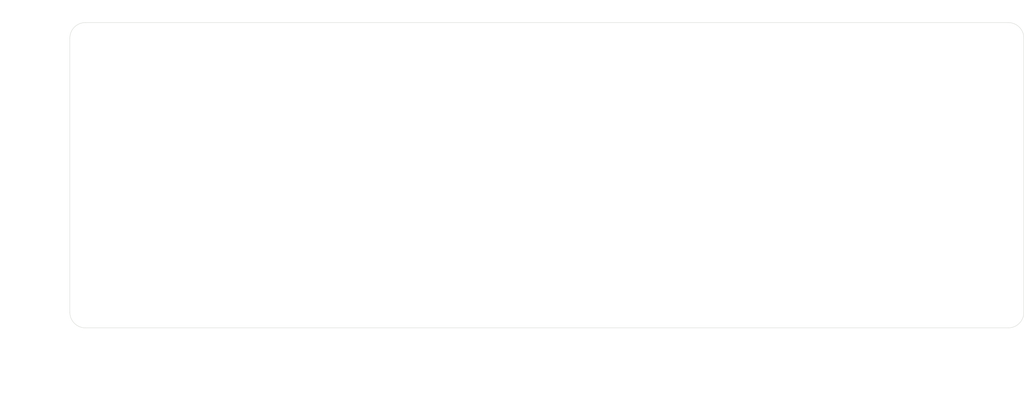
<source format=kicad_pcb>
(kicad_pcb (version 20221018) (generator pcbnew)
  (title_block (title "Henge40 SwitchPad") (date "2024-11-16") (rev "v1.0") (company "@ymkn"))
  (layers (0 "F.Cu" signal) (31 "B.Cu" signal) (34 "B.Paste" user) (35 "F.Paste" user) (36 "B.SilkS" user "B.Silkscreen") (37 "F.SilkS" user "F.Silkscreen") (38 "B.Mask" user) (39 "F.Mask" user) (44 "Edge.Cuts" user))
  (net 0 "")
  (footprint "ymknlib_SwitchPad_MX:SwitchPad_Stab_MX_2.0u" (layer "F.Cu") (at 104.8425 112.335 180)
    (fp_text reference "REF**" hide)
    (fp_text value "SwitchPad_Stab_MX_2.0u" hide)
    (pad "" np_thru_hole circle (at -11.90625 -6.985 180) (size 3.4 3.4) (drill 3.4) (layers "F&B.Cu" "*.Mask"))
    (pad "" np_thru_hole circle (at -11.90625 8.255 180) (size 4 4) (drill 4) (layers "F&B.Cu" "*.Mask"))
    (pad "" np_thru_hole circle (at 11.90625 -6.985 180) (size 3.4 3.4) (drill 3.4) (layers "F&B.Cu" "*.Mask"))
    (pad "" np_thru_hole circle (at 11.90625 8.255 180) (size 4 4) (drill 4) (layers "F&B.Cu" "*.Mask"))
  )
  (footprint "ymknlib_SwitchPad_MX:SwitchPad_Stab_MX_7.0u" (layer "F.Cu") (at 152.4675 112.335 180)
    (fp_text reference "REF**" hide)
    (fp_text value "SwitchPad_Stab_MX_7.0u" hide)
    (pad "" np_thru_hole circle (at -57.15 -6.985 180) (size 3.4 3.4) (drill 3.4) (layers "F&B.Cu" "*.Mask"))
    (pad "" np_thru_hole circle (at -57.15 8.255 180) (size 4 4) (drill 4) (layers "F&B.Cu" "*.Mask"))
    (pad "" np_thru_hole circle (at 57.15 -6.985 180) (size 3.4 3.4) (drill 3.4) (layers "F&B.Cu" "*.Mask"))
    (pad "" np_thru_hole circle (at 57.15 8.255 180) (size 4 4) (drill 4) (layers "F&B.Cu" "*.Mask"))
  )
  (footprint "ymknlib_SwitchPad_MX:SwitchPad_Stab_MX_2.75u" (layer "F.Cu") (at 150.086348 112.335056 180)
    (fp_text reference "REF**" hide)
    (fp_text value "SwitchPad_Stab_MX_2.75u" hide)
    (pad "" np_thru_hole circle (at -11.90625 -6.985 180) (size 3.4 3.4) (drill 3.4) (layers "F&B.Cu" "*.Mask"))
    (pad "" np_thru_hole circle (at -11.90625 8.255 180) (size 4 4) (drill 4) (layers "F&B.Cu" "*.Mask"))
    (pad "" np_thru_hole circle (at 11.90625 -6.985 180) (size 3.4 3.4) (drill 3.4) (layers "F&B.Cu" "*.Mask"))
    (pad "" np_thru_hole circle (at 11.90625 8.255 180) (size 4 4) (drill 4) (layers "F&B.Cu" "*.Mask"))
  )
  (footprint "ymknlib_SwitchPad_MX:SwitchPad_Stab_MX_2.25u" (layer "F.Cu") (at 197.711388 112.335056 180)
    (fp_text reference "REF**" hide)
    (fp_text value "SwitchPad_Stab_MX_2.25u" hide)
    (pad "" np_thru_hole circle (at -11.90625 -6.985 180) (size 3.4 3.4) (drill 3.4) (layers "F&B.Cu" "*.Mask"))
    (pad "" np_thru_hole circle (at -11.90625 8.255 180) (size 4 4) (drill 4) (layers "F&B.Cu" "*.Mask"))
    (pad "" np_thru_hole circle (at 11.90625 -6.985 180) (size 3.4 3.4) (drill 3.4) (layers "F&B.Cu" "*.Mask"))
    (pad "" np_thru_hole circle (at 11.90625 8.255 180) (size 4 4) (drill 4) (layers "F&B.Cu" "*.Mask"))
  )
  (footprint "ymknlib_SwitchPad_MX:SwitchPad_Stab_MX_3.0u" (layer "F.Cu") (at 152.4675 112.335 180)
    (fp_text reference "REF**" hide)
    (fp_text value "SwitchPad_Stab_MX_3.0u" hide)
    (pad "" np_thru_hole circle (at -19.05 -6.985 180) (size 3.4 3.4) (drill 3.4) (layers "F&B.Cu" "*.Mask"))
    (pad "" np_thru_hole circle (at -19.05 8.255 180) (size 4 4) (drill 4) (layers "F&B.Cu" "*.Mask"))
    (pad "" np_thru_hole circle (at 19.05 -6.985 180) (size 3.4 3.4) (drill 3.4) (layers "F&B.Cu" "*.Mask"))
    (pad "" np_thru_hole circle (at 19.05 8.255 180) (size 4 4) (drill 4) (layers "F&B.Cu" "*.Mask"))
  )
  (footprint "ymknlib_SwitchPad_MX:SwitchPad_Stab_MX_2.0u" (layer "F.Cu") (at 200.09264 112.335056 180)
    (fp_text reference "REF**" hide)
    (fp_text value "SwitchPad_Stab_MX_2.0u" hide)
    (pad "" np_thru_hole circle (at -11.90625 -6.985 180) (size 3.4 3.4) (drill 3.4) (layers "F&B.Cu" "*.Mask"))
    (pad "" np_thru_hole circle (at -11.90625 8.255 180) (size 4 4) (drill 4) (layers "F&B.Cu" "*.Mask"))
    (pad "" np_thru_hole circle (at 11.90625 -6.985 180) (size 3.4 3.4) (drill 3.4) (layers "F&B.Cu" "*.Mask"))
    (pad "" np_thru_hole circle (at 11.90625 8.255 180) (size 4 4) (drill 4) (layers "F&B.Cu" "*.Mask"))
  )
  (footprint "ymknlib_SwitchPad_MX:SwitchPad_MX_1.0u" (layer "B.Cu") (at 197.711388 112.335056 180)
    (fp_text reference "SW31" hide)
    (fp_text value "SW_Push" hide)
    (pad "" np_thru_hole circle (at -5.08 0 180) (size 1.8 1.8) (drill 1.8) (layers "F&B.Cu" "*.Mask"))
    (pad "" np_thru_hole circle (at 0 0 180) (size 4 4) (drill 4) (layers "F&B.Cu" "*.Mask"))
    (pad "" np_thru_hole circle (at 5.08 0 180) (size 1.8 1.8) (drill 1.8) (layers "F&B.Cu" "*.Mask"))
  )
  (footprint "ymknlib_SwitchPad_MX:SwitchPad_MX_1.0u" (layer "B.Cu") (at 61.98 55.185 180)
    (fp_text reference "SW4" hide)
    (fp_text value "SW_Push" hide)
    (pad "" np_thru_hole circle (at -5.08 0 180) (size 1.8 1.8) (drill 1.8) (layers "F&B.Cu" "*.Mask"))
    (pad "" np_thru_hole circle (at 0 0 180) (size 4 4) (drill 4) (layers "F&B.Cu" "*.Mask"))
    (pad "" np_thru_hole circle (at 5.08 0 180) (size 1.8 1.8) (drill 1.8) (layers "F&B.Cu" "*.Mask"))
  )
  (footprint "ymknlib_SwitchPad_MX:SwitchPad_MX_1.5u" (layer "B.Cu") (at 233.43 112.335 180)
    (fp_text reference "SW35" hide)
    (fp_text value "SW_Push" hide)
    (pad "" np_thru_hole circle (at -5.08 0 180) (size 1.8 1.8) (drill 1.8) (layers "F&B.Cu" "*.Mask"))
    (pad "" np_thru_hole circle (at 0 0 180) (size 4 4) (drill 4) (layers "F&B.Cu" "*.Mask"))
    (pad "" np_thru_hole circle (at 5.08 0 180) (size 1.8 1.8) (drill 1.8) (layers "F&B.Cu" "*.Mask"))
  )
  (footprint "ymknlib_SwitchPad_MX:SwitchPad_MX_1.0u" (layer "B.Cu") (at 152.4675 93.285 180)
    (fp_text reference "SW20" hide)
    (fp_text value "SW_Push" hide)
    (pad "" np_thru_hole circle (at -5.08 0 180) (size 1.8 1.8) (drill 1.8) (layers "F&B.Cu" "*.Mask"))
    (pad "" np_thru_hole circle (at 0 0 180) (size 4 4) (drill 4) (layers "F&B.Cu" "*.Mask"))
    (pad "" np_thru_hole circle (at 5.08 0 180) (size 1.8 1.8) (drill 1.8) (layers "F&B.Cu" "*.Mask"))
  )
  (footprint "ymknlib_SwitchPad_MX:SwitchPad_MX_1.75u" (layer "B.Cu") (at 50.07375 93.285 180)
    (fp_text reference "SW3" hide)
    (fp_text value "SW_Push" hide)
    (pad "" np_thru_hole circle (at -5.08 0 180) (size 1.8 1.8) (drill 1.8) (layers "F&B.Cu" "*.Mask"))
    (pad "" np_thru_hole circle (at 0 0 180) (size 4 4) (drill 4) (layers "F&B.Cu" "*.Mask"))
    (pad "" np_thru_hole circle (at 5.08 0 180) (size 1.8 1.8) (drill 1.8) (layers "F&B.Cu" "*.Mask"))
  )
  (footprint "ymknlib_SwitchPad_MX:SwitchPad_MX_1.0u" (layer "B.Cu") (at 200.0925 74.235 180)
    (fp_text reference "SW29" hide)
    (fp_text value "SW_Push" hide)
    (pad "" np_thru_hole circle (at -5.08 0 180) (size 1.8 1.8) (drill 1.8) (layers "F&B.Cu" "*.Mask"))
    (pad "" np_thru_hole circle (at 0 0 180) (size 4 4) (drill 4) (layers "F&B.Cu" "*.Mask"))
    (pad "" np_thru_hole circle (at 5.08 0 180) (size 1.8 1.8) (drill 1.8) (layers "F&B.Cu" "*.Mask"))
  )
  (footprint "ymknlib_SwitchPad_MX:SwitchPad_MX_1.0u" (layer "B.Cu") (at 266.7675 93.285 180)
    (fp_text reference "SW41" hide)
    (fp_text value "SW_Push" hide)
    (pad "" np_thru_hole circle (at -5.08 0 180) (size 1.8 1.8) (drill 1.8) (layers "F&B.Cu" "*.Mask"))
    (pad "" np_thru_hole circle (at 0 0 180) (size 4 4) (drill 4) (layers "F&B.Cu" "*.Mask"))
    (pad "" np_thru_hole circle (at 5.08 0 180) (size 1.8 1.8) (drill 1.8) (layers "F&B.Cu" "*.Mask"))
  )
  (footprint "ymknlib_SwitchPad_MX:SwitchPad_MX_1.0u" (layer "B.Cu") (at 85.7925 74.235 180)
    (fp_text reference "SW9" hide)
    (fp_text value "SW_Push" hide)
    (pad "" np_thru_hole circle (at -5.08 0 180) (size 1.8 1.8) (drill 1.8) (layers "F&B.Cu" "*.Mask"))
    (pad "" np_thru_hole circle (at 0 0 180) (size 4 4) (drill 4) (layers "F&B.Cu" "*.Mask"))
    (pad "" np_thru_hole circle (at 5.08 0 180) (size 1.8 1.8) (drill 1.8) (layers "F&B.Cu" "*.Mask"))
  )
  (footprint "ymknlib_SwitchPad_MX:SwitchPad_MX_1.0u" (layer "B.Cu") (at 119.13 55.185 180)
    (fp_text reference "SW15" hide)
    (fp_text value "SW_Push" hide)
    (pad "" np_thru_hole circle (at -5.08 0 180) (size 1.8 1.8) (drill 1.8) (layers "F&B.Cu" "*.Mask"))
    (pad "" np_thru_hole circle (at 0 0 180) (size 4 4) (drill 4) (layers "F&B.Cu" "*.Mask"))
    (pad "" np_thru_hole circle (at 5.08 0 180) (size 1.8 1.8) (drill 1.8) (layers "F&B.Cu" "*.Mask"))
  )
  (footprint "ymknlib_SwitchPad_MX:SwitchPad_MX_1.0u" (layer "B.Cu") (at 100.08 55.185 180)
    (fp_text reference "SW11" hide)
    (fp_text value "SW_Push" hide)
    (pad "" np_thru_hole circle (at -5.08 0 180) (size 1.8 1.8) (drill 1.8) (layers "F&B.Cu" "*.Mask"))
    (pad "" np_thru_hole circle (at 0 0 180) (size 4 4) (drill 4) (layers "F&B.Cu" "*.Mask"))
    (pad "" np_thru_hole circle (at 5.08 0 180) (size 1.8 1.8) (drill 1.8) (layers "F&B.Cu" "*.Mask"))
  )
  (footprint "ymknlib_SwitchPad_MX:SwitchPad_MX_1.5u" (layer "B.Cu") (at 262.005 74.235 180)
    (fp_text reference "SW40" hide)
    (fp_text value "SW_Push" hide)
    (pad "" np_thru_hole circle (at -5.08 0 180) (size 1.8 1.8) (drill 1.8) (layers "F&B.Cu" "*.Mask"))
    (pad "" np_thru_hole circle (at 0 0 180) (size 4 4) (drill 4) (layers "F&B.Cu" "*.Mask"))
    (pad "" np_thru_hole circle (at 5.08 0 180) (size 1.8 1.8) (drill 1.8) (layers "F&B.Cu" "*.Mask"))
  )
  (footprint "ymknlib_SwitchPad_MX:SwitchPad_MX_1.0u" (layer "B.Cu") (at 152.4675 112.335)
    (fp_text reference "SW21_1" hide)
    (fp_text value "SW_Push" hide)
    (pad "" np_thru_hole circle (at -5.08 0) (size 1.8 1.8) (drill 1.8) (layers "F&B.Cu" "*.Mask"))
    (pad "" np_thru_hole circle (at 0 0) (size 4 4) (drill 4) (layers "F&B.Cu" "*.Mask"))
    (pad "" np_thru_hole circle (at 5.08 0) (size 1.8 1.8) (drill 1.8) (layers "F&B.Cu" "*.Mask"))
  )
  (footprint "ymknlib_SwitchPad_MX:SwitchPad_MX_1.0u" (layer "B.Cu") (at 157.23 55.185 180)
    (fp_text reference "SW22" hide)
    (fp_text value "SW_Push" hide)
    (pad "" np_thru_hole circle (at -5.08 0 180) (size 1.8 1.8) (drill 1.8) (layers "F&B.Cu" "*.Mask"))
    (pad "" np_thru_hole circle (at 0 0 180) (size 4 4) (drill 4) (layers "F&B.Cu" "*.Mask"))
    (pad "" np_thru_hole circle (at 5.08 0 180) (size 1.8 1.8) (drill 1.8) (layers "F&B.Cu" "*.Mask"))
  )
  (footprint "ymknlib_SwitchPad_MX:SwitchPad_MX_1.0u" (layer "B.Cu") (at 214.38 55.185 180)
    (fp_text reference "SW32" hide)
    (fp_text value "SW_Push" hide)
    (pad "" np_thru_hole circle (at -5.08 0 180) (size 1.8 1.8) (drill 1.8) (layers "F&B.Cu" "*.Mask"))
    (pad "" np_thru_hole circle (at 0 0 180) (size 4 4) (drill 4) (layers "F&B.Cu" "*.Mask"))
    (pad "" np_thru_hole circle (at 5.08 0 180) (size 1.8 1.8) (drill 1.8) (layers "F&B.Cu" "*.Mask"))
  )
  (footprint "ymknlib_SwitchPad_MX:SwitchPad_MX_1.0u" (layer "B.Cu") (at 200.09264 112.335056)
    (fp_text reference "SW31_1" hide)
    (fp_text value "SW_Push" hide)
    (pad "" np_thru_hole circle (at -5.08 0) (size 1.8 1.8) (drill 1.8) (layers "F&B.Cu" "*.Mask"))
    (pad "" np_thru_hole circle (at 0 0) (size 4 4) (drill 4) (layers "F&B.Cu" "*.Mask"))
    (pad "" np_thru_hole circle (at 5.08 0) (size 1.8 1.8) (drill 1.8) (layers "F&B.Cu" "*.Mask"))
  )
  (footprint "ymknlib_SwitchPad_MX:SwitchPad_MX_1.0u" (layer "B.Cu") (at 66.7425 74.235 180)
    (fp_text reference "SW5" hide)
    (fp_text value "SW_Push" hide)
    (pad "" np_thru_hole circle (at -5.08 0 180) (size 1.8 1.8) (drill 1.8) (layers "F&B.Cu" "*.Mask"))
    (pad "" np_thru_hole circle (at 0 0 180) (size 4 4) (drill 4) (layers "F&B.Cu" "*.Mask"))
    (pad "" np_thru_hole circle (at 5.08 0 180) (size 1.8 1.8) (drill 1.8) (layers "F&B.Cu" "*.Mask"))
  )
  (footprint "ymknlib_SwitchPad_MX:SwitchPad_MX_1.25u" (layer "B.Cu") (at 45.31125 74.235 180)
    (fp_text reference "SW2" hide)
    (fp_text value "SW_Push" hide)
    (pad "" np_thru_hole circle (at -5.08 0 180) (size 1.8 1.8) (drill 1.8) (layers "F&B.Cu" "*.Mask"))
    (pad "" np_thru_hole circle (at 0 0 180) (size 4 4) (drill 4) (layers "F&B.Cu" "*.Mask"))
    (pad "" np_thru_hole circle (at 5.08 0 180) (size 1.8 1.8) (drill 1.8) (layers "F&B.Cu" "*.Mask"))
  )
  (footprint "ymknlib_SwitchPad_MX:SwitchPad_MX_1.0u" (layer "B.Cu") (at 176.28 55.185 180)
    (fp_text reference "SW25" hide)
    (fp_text value "SW_Push" hide)
    (pad "" np_thru_hole circle (at -5.08 0 180) (size 1.8 1.8) (drill 1.8) (layers "F&B.Cu" "*.Mask"))
    (pad "" np_thru_hole circle (at 0 0 180) (size 4 4) (drill 4) (layers "F&B.Cu" "*.Mask"))
    (pad "" np_thru_hole circle (at 5.08 0 180) (size 1.8 1.8) (drill 1.8) (layers "F&B.Cu" "*.Mask"))
  )
  (footprint "ymknlib_SwitchPad_MX:SwitchPad_MX_1.0u" (layer "B.Cu") (at 171.5175 93.285 180)
    (fp_text reference "SW24" hide)
    (fp_text value "SW_Push" hide)
    (pad "" np_thru_hole circle (at -5.08 0 180) (size 1.8 1.8) (drill 1.8) (layers "F&B.Cu" "*.Mask"))
    (pad "" np_thru_hole circle (at 0 0 180) (size 4 4) (drill 4) (layers "F&B.Cu" "*.Mask"))
    (pad "" np_thru_hole circle (at 5.08 0 180) (size 1.8 1.8) (drill 1.8) (layers "F&B.Cu" "*.Mask"))
  )
  (footprint "ymknlib_SwitchPad_MX:SwitchPad_MX_1.75u" (layer "B.Cu") (at 259.62375 55.185 180)
    (fp_text reference "SW39" hide)
    (fp_text value "SW_Push" hide)
    (pad "" np_thru_hole circle (at -5.08 0 180) (size 1.8 1.8) (drill 1.8) (layers "F&B.Cu" "*.Mask"))
    (pad "" np_thru_hole circle (at 0 0 180) (size 4 4) (drill 4) (layers "F&B.Cu" "*.Mask"))
    (pad "" np_thru_hole circle (at 5.08 0 180) (size 1.8 1.8) (drill 1.8) (layers "F&B.Cu" "*.Mask"))
  )
  (footprint "ymknlib_SwitchPad_MX:SwitchPad_MX_1.0u" (layer "B.Cu") (at 195.33 55.185 180)
    (fp_text reference "SW28" hide)
    (fp_text value "SW_Push" hide)
    (pad "" np_thru_hole circle (at -5.08 0 180) (size 1.8 1.8) (drill 1.8) (layers "F&B.Cu" "*.Mask"))
    (pad "" np_thru_hole circle (at 0 0 180) (size 4 4) (drill 4) (layers "F&B.Cu" "*.Mask"))
    (pad "" np_thru_hole circle (at 5.08 0 180) (size 1.8 1.8) (drill 1.8) (layers "F&B.Cu" "*.Mask"))
  )
  (footprint "ymknlib_SwitchPad_MX:SwitchPad_MX_1.0u" (layer "B.Cu") (at 76.2675 93.285 180)
    (fp_text reference "SW6" hide)
    (fp_text value "SW_Push" hide)
    (pad "" np_thru_hole circle (at -5.08 0 180) (size 1.8 1.8) (drill 1.8) (layers "F&B.Cu" "*.Mask"))
    (pad "" np_thru_hole circle (at 0 0 180) (size 4 4) (drill 4) (layers "F&B.Cu" "*.Mask"))
    (pad "" np_thru_hole circle (at 5.08 0 180) (size 1.8 1.8) (drill 1.8) (layers "F&B.Cu" "*.Mask"))
  )
  (footprint "ymknlib_SwitchPad_MX:SwitchPad_MX_1.0u" (layer "B.Cu") (at 133.4175 93.285 180)
    (fp_text reference "SW17" hide)
    (fp_text value "SW_Push" hide)
    (pad "" np_thru_hole circle (at -5.08 0 180) (size 1.8 1.8) (drill 1.8) (layers "F&B.Cu" "*.Mask"))
    (pad "" np_thru_hole circle (at 0 0 180) (size 4 4) (drill 4) (layers "F&B.Cu" "*.Mask"))
    (pad "" np_thru_hole circle (at 5.08 0 180) (size 1.8 1.8) (drill 1.8) (layers "F&B.Cu" "*.Mask"))
  )
  (footprint "ymknlib_SwitchPad_MX:SwitchPad_MX_1.0u" (layer "B.Cu") (at 114.3675 93.285 180)
    (fp_text reference "SW13" hide)
    (fp_text value "SW_Push" hide)
    (pad "" np_thru_hole circle (at -5.08 0 180) (size 1.8 1.8) (drill 1.8) (layers "F&B.Cu" "*.Mask"))
    (pad "" np_thru_hole circle (at 0 0 180) (size 4 4) (drill 4) (layers "F&B.Cu" "*.Mask"))
    (pad "" np_thru_hole circle (at 5.08 0 180) (size 1.8 1.8) (drill 1.8) (layers "F&B.Cu" "*.Mask"))
  )
  (footprint "ymknlib_SwitchPad_MX:SwitchPad_MX_1.0u" (layer "B.Cu") (at 161.9925 74.235 180)
    (fp_text reference "SW23" hide)
    (fp_text value "SW_Push" hide)
    (pad "" np_thru_hole circle (at -5.08 0 180) (size 1.8 1.8) (drill 1.8) (layers "F&B.Cu" "*.Mask"))
    (pad "" np_thru_hole circle (at 0 0 180) (size 4 4) (drill 4) (layers "F&B.Cu" "*.Mask"))
    (pad "" np_thru_hole circle (at 5.08 0 180) (size 1.8 1.8) (drill 1.8) (layers "F&B.Cu" "*.Mask"))
  )
  (footprint "ymknlib_SwitchPad_MX:SwitchPad_MX_1.0u" (layer "B.Cu") (at 233.43 55.185 180)
    (fp_text reference "SW36" hide)
    (fp_text value "SW_Push" hide)
    (pad "" np_thru_hole circle (at -5.08 0 180) (size 1.8 1.8) (drill 1.8) (layers "F&B.Cu" "*.Mask"))
    (pad "" np_thru_hole circle (at 0 0 180) (size 4 4) (drill 4) (layers "F&B.Cu" "*.Mask"))
    (pad "" np_thru_hole circle (at 5.08 0 180) (size 1.8 1.8) (drill 1.8) (layers "F&B.Cu" "*.Mask"))
  )
  (footprint "ymknlib_SwitchPad_MX:SwitchPad_MX_1.0u" (layer "B.Cu") (at 104.8425 112.335056 180)
    (fp_text reference "SW14" hide)
    (fp_text value "SW_Push" hide)
    (pad "" np_thru_hole circle (at -5.08 0 180) (size 1.8 1.8) (drill 1.8) (layers "F&B.Cu" "*.Mask"))
    (pad "" np_thru_hole circle (at 0 0 180) (size 4 4) (drill 4) (layers "F&B.Cu" "*.Mask"))
    (pad "" np_thru_hole circle (at 5.08 0 180) (size 1.8 1.8) (drill 1.8) (layers "F&B.Cu" "*.Mask"))
  )
  (footprint "ymknlib_SwitchPad_MX:SwitchPad_MX_1.0u" (layer "B.Cu") (at 209.6175 93.285 180)
    (fp_text reference "SW30" hide)
    (fp_text value "SW_Push" hide)
    (pad "" np_thru_hole circle (at -5.08 0 180) (size 1.8 1.8) (drill 1.8) (layers "F&B.Cu" "*.Mask"))
    (pad "" np_thru_hole circle (at 0 0 180) (size 4 4) (drill 4) (layers "F&B.Cu" "*.Mask"))
    (pad "" np_thru_hole circle (at 5.08 0 180) (size 1.8 1.8) (drill 1.8) (layers "F&B.Cu" "*.Mask"))
  )
  (footprint "ymknlib_SwitchPad_MX:SwitchPad_MX_1.0u" (layer "B.Cu") (at 42.93 55.185 180)
    (fp_text reference "SW1" hide)
    (fp_text value "SW_Push" hide)
    (pad "" np_thru_hole circle (at -5.08 0 180) (size 1.8 1.8) (drill 1.8) (layers "F&B.Cu" "*.Mask"))
    (pad "" np_thru_hole circle (at 0 0 180) (size 4 4) (drill 4) (layers "F&B.Cu" "*.Mask"))
    (pad "" np_thru_hole circle (at 5.08 0 180) (size 1.8 1.8) (drill 1.8) (layers "F&B.Cu" "*.Mask"))
  )
  (footprint "ymknlib_SwitchPad_MX:SwitchPad_MX_1.0u" (layer "B.Cu") (at 142.9425 74.235 180)
    (fp_text reference "SW19" hide)
    (fp_text value "SW_Push" hide)
    (pad "" np_thru_hole circle (at -5.08 0 180) (size 1.8 1.8) (drill 1.8) (layers "F&B.Cu" "*.Mask"))
    (pad "" np_thru_hole circle (at 0 0 180) (size 4 4) (drill 4) (layers "F&B.Cu" "*.Mask"))
    (pad "" np_thru_hole circle (at 5.08 0 180) (size 1.8 1.8) (drill 1.8) (layers "F&B.Cu" "*.Mask"))
  )
  (footprint "ymknlib_SwitchPad_MX:SwitchPad_MX_1.0u" (layer "B.Cu") (at 138.18 55.185 180)
    (fp_text reference "SW18" hide)
    (fp_text value "SW_Push" hide)
    (pad "" np_thru_hole circle (at -5.08 0 180) (size 1.8 1.8) (drill 1.8) (layers "F&B.Cu" "*.Mask"))
    (pad "" np_thru_hole circle (at 0 0 180) (size 4 4) (drill 4) (layers "F&B.Cu" "*.Mask"))
    (pad "" np_thru_hole circle (at 5.08 0 180) (size 1.8 1.8) (drill 1.8) (layers "F&B.Cu" "*.Mask"))
  )
  (footprint "ymknlib_SwitchPad_MX:SwitchPad_MX_1.0u" (layer "B.Cu") (at 95.3175 93.285 180)
    (fp_text reference "SW10" hide)
    (fp_text value "SW_Push" hide)
    (pad "" np_thru_hole circle (at -5.08 0 180) (size 1.8 1.8) (drill 1.8) (layers "F&B.Cu" "*.Mask"))
    (pad "" np_thru_hole circle (at 0 0 180) (size 4 4) (drill 4) (layers "F&B.Cu" "*.Mask"))
    (pad "" np_thru_hole circle (at 5.08 0 180) (size 1.8 1.8) (drill 1.8) (layers "F&B.Cu" "*.Mask"))
  )
  (footprint "ymknlib_SwitchPad_MX:SwitchPad_MX_1.0u" (layer "B.Cu") (at 190.5675 93.285 180)
    (fp_text reference "SW27" hide)
    (fp_text value "SW_Push" hide)
    (pad "" np_thru_hole circle (at -5.08 0 180) (size 1.8 1.8) (drill 1.8) (layers "F&B.Cu" "*.Mask"))
    (pad "" np_thru_hole circle (at 0 0 180) (size 4 4) (drill 4) (layers "F&B.Cu" "*.Mask"))
    (pad "" np_thru_hole circle (at 5.08 0 180) (size 1.8 1.8) (drill 1.8) (layers "F&B.Cu" "*.Mask"))
  )
  (footprint "ymknlib_SwitchPad_MX:SwitchPad_MX_1.0u" (layer "B.Cu") (at 181.0425 74.235 180)
    (fp_text reference "SW26" hide)
    (fp_text value "SW_Push" hide)
    (pad "" np_thru_hole circle (at -5.08 0 180) (size 1.8 1.8) (drill 1.8) (layers "F&B.Cu" "*.Mask"))
    (pad "" np_thru_hole circle (at 0 0 180) (size 4 4) (drill 4) (layers "F&B.Cu" "*.Mask"))
    (pad "" np_thru_hole circle (at 5.08 0 180) (size 1.8 1.8) (drill 1.8) (layers "F&B.Cu" "*.Mask"))
  )
  (footprint "ymknlib_SwitchPad_MX:SwitchPad_MX_1.0u" (layer "B.Cu") (at 123.8925 74.235 180)
    (fp_text reference "SW16" hide)
    (fp_text value "SW_Push" hide)
    (pad "" np_thru_hole circle (at -5.08 0 180) (size 1.8 1.8) (drill 1.8) (layers "F&B.Cu" "*.Mask"))
    (pad "" np_thru_hole circle (at 0 0 180) (size 4 4) (drill 4) (layers "F&B.Cu" "*.Mask"))
    (pad "" np_thru_hole circle (at 5.08 0 180) (size 1.8 1.8) (drill 1.8) (layers "F&B.Cu" "*.Mask"))
  )
  (footprint "ymknlib_SwitchPad_MX:SwitchPad_MX_1.5u" (layer "B.Cu") (at 71.505032 112.335 180)
    (fp_text reference "SW7" hide)
    (fp_text value "SW_Push" hide)
    (pad "" np_thru_hole circle (at -5.08 0 180) (size 1.8 1.8) (drill 1.8) (layers "F&B.Cu" "*.Mask"))
    (pad "" np_thru_hole circle (at 0 0 180) (size 4 4) (drill 4) (layers "F&B.Cu" "*.Mask"))
    (pad "" np_thru_hole circle (at 5.08 0 180) (size 1.8 1.8) (drill 1.8) (layers "F&B.Cu" "*.Mask"))
  )
  (footprint "ymknlib_SwitchPad_MX:SwitchPad_MX_1.0u" (layer "B.Cu") (at 247.7175 93.285 180)
    (fp_text reference "SW38" hide)
    (fp_text value "SW_Push" hide)
    (pad "" np_thru_hole circle (at -5.08 0 180) (size 1.8 1.8) (drill 1.8) (layers "F&B.Cu" "*.Mask"))
    (pad "" np_thru_hole circle (at 0 0 180) (size 4 4) (drill 4) (layers "F&B.Cu" "*.Mask"))
    (pad "" np_thru_hole circle (at 5.08 0 180) (size 1.8 1.8) (drill 1.8) (layers "F&B.Cu" "*.Mask"))
  )
  (footprint "ymknlib_SwitchPad_MX:SwitchPad_MX_1.0u" (layer "B.Cu") (at 228.6675 93.285 180)
    (fp_text reference "SW34" hide)
    (fp_text value "SW_Push" hide)
    (pad "" np_thru_hole circle (at -5.08 0 180) (size 1.8 1.8) (drill 1.8) (layers "F&B.Cu" "*.Mask"))
    (pad "" np_thru_hole circle (at 0 0 180) (size 4 4) (drill 4) (layers "F&B.Cu" "*.Mask"))
    (pad "" np_thru_hole circle (at 5.08 0 180) (size 1.8 1.8) (drill 1.8) (layers "F&B.Cu" "*.Mask"))
  )
  (footprint "ymknlib_SwitchPad_MX:SwitchPad_MX_1.0u" (layer "B.Cu") (at 219.1425 74.235 180)
    (fp_text reference "SW33" hide)
    (fp_text value "SW_Push" hide)
    (pad "" np_thru_hole circle (at -5.08 0 180) (size 1.8 1.8) (drill 1.8) (layers "F&B.Cu" "*.Mask"))
    (pad "" np_thru_hole circle (at 0 0 180) (size 4 4) (drill 4) (layers "F&B.Cu" "*.Mask"))
    (pad "" np_thru_hole circle (at 5.08 0 180) (size 1.8 1.8) (drill 1.8) (layers "F&B.Cu" "*.Mask"))
  )
  (footprint "ymknlib_SwitchPad_MX:SwitchPad_MX_1.0u" (layer "B.Cu") (at 104.8425 74.235 180)
    (fp_text reference "SW12" hide)
    (fp_text value "SW_Push" hide)
    (pad "" np_thru_hole circle (at -5.08 0 180) (size 1.8 1.8) (drill 1.8) (layers "F&B.Cu" "*.Mask"))
    (pad "" np_thru_hole circle (at 0 0 180) (size 4 4) (drill 4) (layers "F&B.Cu" "*.Mask"))
    (pad "" np_thru_hole circle (at 5.08 0 180) (size 1.8 1.8) (drill 1.8) (layers "F&B.Cu" "*.Mask"))
  )
  (footprint "ymknlib_SwitchPad_MX:SwitchPad_MX_1.0u" (layer "B.Cu") (at 81.03 55.185 180)
    (fp_text reference "SW8" hide)
    (fp_text value "SW_Push" hide)
    (pad "" np_thru_hole circle (at -5.08 0 180) (size 1.8 1.8) (drill 1.8) (layers "F&B.Cu" "*.Mask"))
    (pad "" np_thru_hole circle (at 0 0 180) (size 4 4) (drill 4) (layers "F&B.Cu" "*.Mask"))
    (pad "" np_thru_hole circle (at 5.08 0 180) (size 1.8 1.8) (drill 1.8) (layers "F&B.Cu" "*.Mask"))
  )
  (footprint "ymknlib_SwitchPad_MX:SwitchPad_MX_1.0u" (layer "B.Cu") (at 238.1925 74.235 180)
    (fp_text reference "SW37" hide)
    (fp_text value "SW_Push" hide)
    (pad "" np_thru_hole circle (at -5.08 0 180) (size 1.8 1.8) (drill 1.8) (layers "F&B.Cu" "*.Mask"))
    (pad "" np_thru_hole circle (at 0 0 180) (size 4 4) (drill 4) (layers "F&B.Cu" "*.Mask"))
    (pad "" np_thru_hole circle (at 5.08 0 180) (size 1.8 1.8) (drill 1.8) (layers "F&B.Cu" "*.Mask"))
  )
  (footprint "ymknlib_SwitchPad_MX:SwitchPad_MX_1.0u" (layer "B.Cu") (at 150.08625 112.335 180)
    (fp_text reference "SW21" hide)
    (fp_text value "SW_Push" hide)
    (pad "" np_thru_hole circle (at -5.08 0 180) (size 1.8 1.8) (drill 1.8) (layers "F&B.Cu" "*.Mask"))
    (pad "" np_thru_hole circle (at 0 0 180) (size 4 4) (drill 4) (layers "F&B.Cu" "*.Mask"))
    (pad "" np_thru_hole circle (at 5.08 0 180) (size 1.8 1.8) (drill 1.8) (layers "F&B.Cu" "*.Mask"))
  )
  (gr_line (start 36.214374 44.469374) (end 273.48333 44.469374) (stroke (width 0.1)) (layer "Edge.Cuts"))
  (gr_arc (start 36.214374 123.05069) (mid 33.385932 121.879113) (end 32.214374 119.05069) (stroke (width 0.1)) (layer "Edge.Cuts"))
  (gr_arc (start 273.48333 44.469374) (mid 276.311747 45.640956) (end 277.48333 48.469374) (stroke (width 0.1)) (layer "Edge.Cuts"))
  (gr_arc (start 32.214374 48.469374) (mid 33.385954 45.640954) (end 36.214374 44.469374) (stroke (width 0.1)) (layer "Edge.Cuts"))
  (gr_arc (start 277.48333 119.05069) (mid 276.311762 121.879134) (end 273.48333 123.05069) (stroke (width 0.1)) (layer "Edge.Cuts"))
  (gr_line (start 32.214374 119.05069) (end 32.214374 48.469374) (stroke (width 0.1)) (layer "Edge.Cuts"))
  (gr_line (start 273.48333 123.05069) (end 36.214374 123.05069) (stroke (width 0.1)) (layer "Edge.Cuts"))
  (gr_line (start 277.48333 48.469374) (end 277.48333 119.05069) (stroke (width 0.1)) (layer "Edge.Cuts"))
)
</source>
